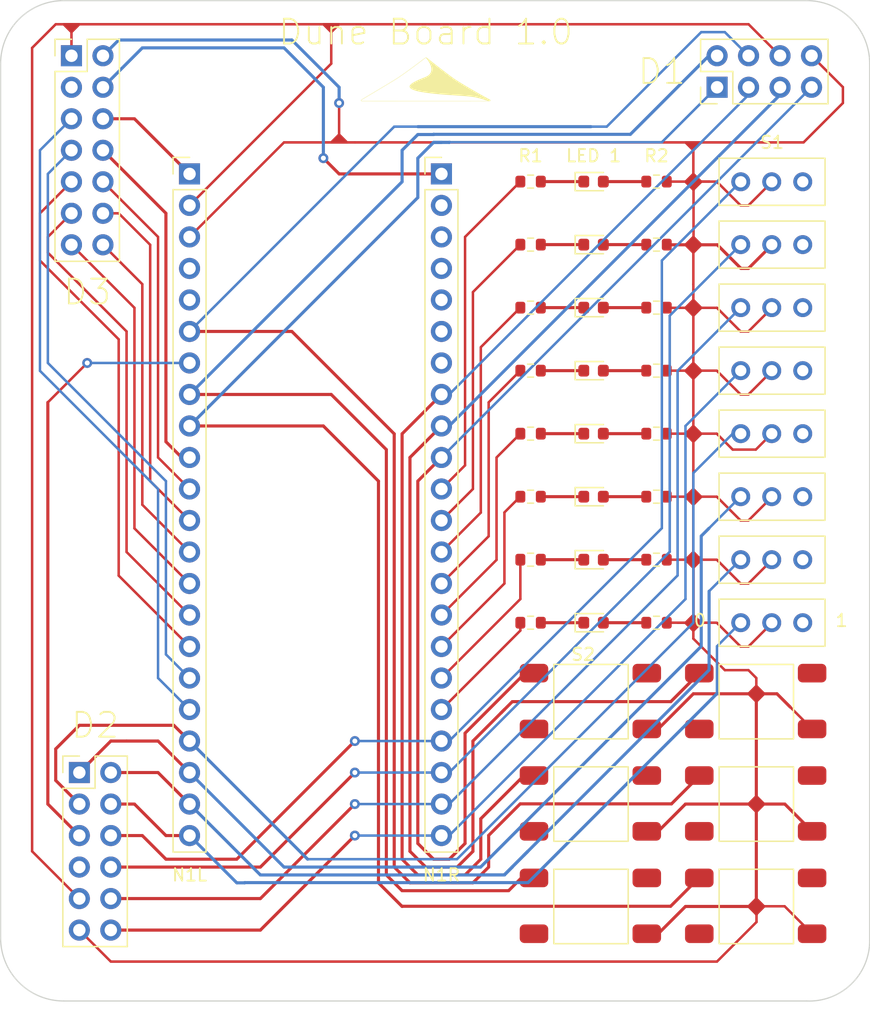
<source format=kicad_pcb>
(kicad_pcb (version 20211014) (generator pcbnew)
  (layers (0 "F.Cu" signal) (31 "B.Cu" signal) (34 "B.Paste" user) (35 "F.Paste" user) (36 "B.SilkS" user "B.Silkscreen") (37 "F.SilkS" user "F.Silkscreen") (38 "B.Mask" user) (39 "F.Mask" user) (44 "Edge.Cuts" user))
  (net 0 "")
  (footprint "Button_Switch_THT:SS-12D01-G3" (layer "F.Cu") (at 59.705 -40.655)
    (fp_text reference "REF**" hide)
    (fp_text value "SS-12D01-G3")
  )
  (footprint "LED_SMD:LED_0603_1608Metric" (layer "F.Cu") (at 47.83 -50.815)
    (fp_text reference "LED" hide)
    (fp_text value "LED_0603_1608Metric" hide)
  )
  (footprint "Resistor_SMD:R_0603_1608Metric" (layer "F.Cu") (at 52.91 -40.655)
    (fp_text reference "57.6Ω" hide)
    (fp_text value "R_0603_1608Metric" hide)
  )
  (footprint "Button_Switch_THT:SS-12D01-G3" (layer "F.Cu") (at 59.705 -55.895)
    (fp_text reference "REF**" hide)
    (fp_text value "SS-12D01-G3")
  )
  (footprint "LED_SMD:LED_0603_1608Metric" (layer "F.Cu") (at 47.83 -60.975)
    (fp_text reference "LED" hide)
    (fp_text value "LED_0603_1608Metric" hide)
  )
  (footprint "Button_Switch_THT:SS-12D01-G3" (layer "F.Cu") (at 59.705 -30.495)
    (fp_text reference "REF**" hide)
    (fp_text value "SS-12D01-G3")
  )
  (footprint "Resistor_SMD:R_0603_1608Metric" (layer "F.Cu") (at 52.91 -35.575)
    (fp_text reference "57.6Ω" hide)
    (fp_text value "R_0603_1608Metric" hide)
  )
  (footprint "Button_Switch_SMD:KH-6X6X5H-STM" (layer "F.Cu") (at 60.96 -7.62)
    (fp_text reference "REF**" hide)
    (fp_text value "KH-6X6X5H-STM" hide)
  )
  (footprint "Connector_PinHeader_2.54mm:PinHeader_1x22_P2.54mm_Vertical" (layer "F.Cu") (at 15.24 -66.675)
    (fp_text reference "REF**" hide)
    (fp_text value "PinHeader_1x22_P2.54mm_Vertical" hide)
  )
  (footprint "Button_Switch_SMD:KH-6X6X5H-STM" (layer "F.Cu") (at 60.96 -15.875)
    (fp_text reference "REF**" hide)
    (fp_text value "KH-6X6X5H-STM" hide)
  )
  (footprint "Resistor_SMD:R_0603_1608Metric" (layer "F.Cu") (at 42.75 -35.575)
    (fp_text reference "16Ω" hide)
    (fp_text value "R_0603_1608Metric" hide)
  )
  (footprint "LED_SMD:LED_0603_1608Metric" (layer "F.Cu") (at 47.83 -55.895)
    (fp_text reference "LED" hide)
    (fp_text value "LED_0603_1608Metric" hide)
  )
  (footprint "LED_SMD:LED_0603_1608Metric" (layer "F.Cu") (at 47.83 -35.575)
    (fp_text reference "LED" hide)
    (fp_text value "LED_0603_1608Metric" hide)
  )
  (footprint "Button_Switch_THT:SS-12D01-G3" (layer "F.Cu") (at 59.705 -66.04)
    (fp_text reference "REF**" hide)
    (fp_text value "SS-12D01-G3")
  )
  (footprint "Button_Switch_THT:SS-12D01-G3" (layer "F.Cu") (at 59.705 -35.575)
    (fp_text reference "REF**" hide)
    (fp_text value "SS-12D01-G3")
  )
  (footprint "Resistor_SMD:R_0603_1608Metric" (layer "F.Cu") (at 42.75 -55.895)
    (fp_text reference "16Ω" hide)
    (fp_text value "R_0603_1608Metric" hide)
  )
  (footprint "LED_SMD:LED_0603_1608Metric" (layer "F.Cu") (at 47.83 -40.655)
    (fp_text reference "LED" hide)
    (fp_text value "LED_0603_1608Metric" hide)
  )
  (footprint "Button_Switch_SMD:KH-6X6X5H-STM" (layer "F.Cu") (at 47.625 -15.875)
    (fp_text reference "REF**" hide)
    (fp_text value "KH-6X6X5H-STM" hide)
  )
  (footprint "Connector_PinHeader_2.54mm:PinHeader_2x07_P2.54mm_Vertical" (layer "F.Cu") (at 5.715 -76.2)
    (fp_text reference "REF**" hide)
    (fp_text value "PinHeader_2x07_P2.54mm_Vertical" hide)
  )
  (footprint "Resistor_SMD:R_0603_1608Metric" (layer "F.Cu") (at 52.91 -30.495)
    (fp_text reference "57.6Ω" hide)
    (fp_text value "R_0603_1608Metric" hide)
  )
  (footprint "Button_Switch_SMD:KH-6X6X5H-STM" (layer "F.Cu") (at 47.625 -7.62)
    (fp_text reference "REF**" hide)
    (fp_text value "KH-6X6X5H-STM" hide)
  )
  (footprint "Resistor_SMD:R_0603_1608Metric" (layer "F.Cu") (at 42.75 -66.055)
    (fp_text reference "R1")
    (fp_text value "R_0603_1608Metric" hide)
  )
  (footprint "Resistor_SMD:R_0603_1608Metric" (layer "F.Cu") (at 42.75 -45.735)
    (fp_text reference "16Ω" hide)
    (fp_text value "R_0603_1608Metric" hide)
  )
  (footprint "LED_SMD:LED_0603_1608Metric" (layer "F.Cu") (at 47.83 -30.495)
    (fp_text reference "LED" hide)
    (fp_text value "LED_0603_1608Metric" hide)
  )
  (footprint "Connector_PinHeader_2.54mm:PinHeader_1x22_P2.54mm_Vertical" (layer "F.Cu") (at 35.56 -66.675)
    (fp_text reference "REF**" hide)
    (fp_text value "PinHeader_1x22_P2.54mm_Vertical" hide)
  )
  (footprint "Resistor_SMD:R_0603_1608Metric" (layer "F.Cu") (at 52.91 -55.895)
    (fp_text reference "57.6Ω" hide)
    (fp_text value "R_0603_1608Metric" hide)
  )
  (footprint "Resistor_SMD:R_0603_1608Metric" (layer "F.Cu") (at 52.91 -60.975)
    (fp_text reference "57.6Ω" hide)
    (fp_text value "R_0603_1608Metric" hide)
  )
  (footprint "Connector_PinHeader_2.54mm:PinHeader_2x06_P2.54mm_Vertical" (layer "F.Cu") (at 6.35 -18.415)
    (fp_text reference "REF**" hide)
    (fp_text value "PinHeader_2x06_P2.54mm_Vertical" hide)
  )
  (footprint "Resistor_SMD:R_0603_1608Metric" (layer "F.Cu") (at 42.75 -60.975)
    (fp_text reference "16Ω" hide)
    (fp_text value "R_0603_1608Metric" hide)
  )
  (footprint "Button_Switch_THT:SS-12D01-G3" (layer "F.Cu") (at 59.705 -50.815)
    (fp_text reference "REF**" hide)
    (fp_text value "SS-12D01-G3")
  )
  (footprint "Button_Switch_THT:SS-12D01-G3" (layer "F.Cu") (at 59.705 -45.735)
    (fp_text reference "REF**" hide)
    (fp_text value "SS-12D01-G3")
  )
  (footprint "Connector_PinHeader_2.54mm:PinHeader_2x04_P2.54mm_Vertical" (layer "F.Cu") (at 57.795 -73.66 90)
    (fp_text reference "REF**" hide)
    (fp_text value "PinHeader_2x04_P2.54mm_Vertical" hide)
  )
  (footprint "Button_Switch_SMD:KH-6X6X5H-STM" (layer "F.Cu") (at 60.96 -24.13)
    (fp_text reference "REF**" hide)
    (fp_text value "KH-6X6X5H-STM" hide)
  )
  (footprint "Resistor_SMD:R_0603_1608Metric" (layer "F.Cu") (at 42.75 -40.655)
    (fp_text reference "16Ω" hide)
    (fp_text value "R_0603_1608Metric" hide)
  )
  (footprint "LED_SMD:LED_0603_1608Metric" (layer "F.Cu") (at 47.83 -66.055)
    (fp_text reference "LED 1")
    (fp_text value "LED_0603_1608Metric" hide)
  )
  (footprint "LED_SMD:LED_0603_1608Metric" (layer "F.Cu") (at 47.83 -45.735)
    (fp_text reference "LED" hide)
    (fp_text value "LED_0603_1608Metric" hide)
  )
  (footprint "Button_Switch_SMD:KH-6X6X5H-STM" (layer "F.Cu") (at 47.625 -24.13)
    (fp_text reference "REF**" hide)
    (fp_text value "KH-6X6X5H-STM" hide)
  )
  (footprint "Resistor_SMD:R_0603_1608Metric" (layer "F.Cu") (at 42.75 -50.815)
    (fp_text reference "16Ω" hide)
    (fp_text value "R_0603_1608Metric" hide)
  )
  (footprint "Resistor_SMD:R_0603_1608Metric" (layer "F.Cu") (at 42.75 -30.495)
    (fp_text reference "16Ω" hide)
    (fp_text value "R_0603_1608Metric" hide)
  )
  (footprint "Resistor_SMD:R_0603_1608Metric" (layer "F.Cu") (at 52.91 -66.055)
    (fp_text reference "R2")
    (fp_text value "R_0603_1608Metric" hide)
  )
  (footprint "Resistor_SMD:R_0603_1608Metric" (layer "F.Cu") (at 52.91 -45.735)
    (fp_text reference "57.6Ω" hide)
    (fp_text value "R_0603_1608Metric" hide)
  )
  (footprint "Button_Switch_THT:SS-12D01-G3" (layer "F.Cu") (at 59.705 -60.975)
    (fp_text reference "REF**" hide)
    (fp_text value "SS-12D01-G3")
  )
  (footprint "Resistor_SMD:R_0603_1608Metric" (layer "F.Cu") (at 52.91 -50.815)
    (fp_text reference "57.6Ω" hide)
    (fp_text value "R_0603_1608Metric" hide)
  )
  (footprint "LOGO" (layer "F.Cu") (at 34.29 -74.295)
    (fp_text reference "G***" hide)
    (fp_text value "LOGO" hide)
  )
  (gr_poly (pts (xy 56.515 -66.04) (xy 55.88 -65.405) (xy 55.245 -66.04) (xy 55.88 -66.675)) (layer "F.Cu") (width 0.2) (fill solid))
  (gr_poly (pts (xy 56.515 -60.96) (xy 55.88 -60.325) (xy 55.245 -60.96) (xy 55.88 -61.595)) (layer "F.Cu") (width 0.2) (fill solid))
  (gr_poly (pts (xy 61.595 -24.765) (xy 60.96 -24.13) (xy 60.325 -24.765) (xy 60.96 -25.4)) (layer "F.Cu") (width 0.2) (fill solid))
  (gr_poly (pts (xy 56.515 -30.48) (xy 55.88 -29.845) (xy 55.245 -30.48) (xy 55.88 -31.115)) (layer "F.Cu") (width 0.2) (fill solid))
  (gr_poly (pts (xy 26.67 -78.105) (xy 26.035 -78.74) (xy 27.305 -78.74)) (layer "F.Cu") (width 0.2) (fill solid))
  (gr_poly (pts (xy 56.515 -45.72) (xy 55.88 -45.085) (xy 55.245 -45.72) (xy 55.88 -46.355)) (layer "F.Cu") (width 0.2) (fill solid))
  (gr_poly (pts (xy 61.595 -7.62) (xy 60.96 -6.985) (xy 60.325 -7.62) (xy 60.96 -8.255)) (layer "F.Cu") (width 0.2) (fill solid))
  (gr_poly (pts (xy 5.715 -78.105) (xy 5.08 -78.74) (xy 6.35 -78.74)) (layer "F.Cu") (width 0.2) (fill solid))
  (gr_poly (pts (xy 56.515 -50.8) (xy 55.88 -50.165) (xy 55.245 -50.8) (xy 55.88 -51.435)) (layer "F.Cu") (width 0.2) (fill solid))
  (gr_poly (pts (xy 27.94 -69.215) (xy 26.67 -69.215) (xy 27.305 -69.85)) (layer "F.Cu") (width 0.2) (fill solid))
  (gr_poly (pts (xy 61.595 -15.875) (xy 60.96 -15.24) (xy 60.325 -15.875) (xy 60.96 -16.51)) (layer "F.Cu") (width 0.2) (fill solid))
  (gr_poly (pts (xy 56.515 -55.88) (xy 55.88 -55.245) (xy 55.245 -55.88) (xy 55.88 -56.515)) (layer "F.Cu") (width 0.2) (fill solid))
  (gr_poly (pts (xy 56.515 -35.56) (xy 55.88 -34.925) (xy 55.245 -35.56) (xy 55.88 -36.195)) (layer "F.Cu") (width 0.2) (fill solid))
  (gr_poly (pts (xy 55.88 -68.58) (xy 55.245 -69.215) (xy 56.515 -69.215)) (layer "F.Cu") (width 0.2) (fill solid))
  (gr_poly (pts (xy 56.515 -40.64) (xy 55.88 -40.005) (xy 55.245 -40.64) (xy 55.88 -41.275)) (layer "F.Cu") (width 0.2) (fill solid))
  (gr_arc (start 0 -75.565) (mid 1.487898 -79.157102) (end 5.08 -80.645) (layer "Edge.Cuts") (width 0.1))
  (gr_arc (start 70.104 -4.862102) (mid 68.602331 -1.346185) (end 65.024 0) (layer "Edge.Cuts") (width 0.1))
  (gr_line (start 0 -5.08) (end 0 -75.565) (layer "Edge.Cuts") (width 0.1))
  (gr_line (start 5.08 -80.645) (end 65.024 -80.645) (layer "Edge.Cuts") (width 0.1))
  (gr_line (start 70.104 -75.565) (end 70.104 -4.862102) (layer "Edge.Cuts") (width 0.1))
  (gr_arc (start 65.024 -80.645) (mid 68.616102 -79.157102) (end 70.104 -75.565) (layer "Edge.Cuts") (width 0.1))
  (gr_arc (start 5.08 0) (mid 1.487898 -1.487898) (end 0 -5.08) (layer "Edge.Cuts") (width 0.1))
  (gr_line (start 65.024 0) (end 5.08 0) (layer "Edge.Cuts") (width 0.1))
  (gr_text "D2" (at 7.62 -22.225) (layer "F.SilkS") (effects (font (size 2 2))))
  (gr_text "D3" (at 6.985 -57.15) (layer "F.SilkS") (effects (font (size 2 2))))
  (gr_text "Dune Board 1.0" (at 34.29 -78.105) (layer "F.SilkS") (effects (font (size 2 2))))
  (gr_text "1" (at 67.84 -30.6725) (layer "F.SilkS") (effects (font (size 1 1))))
  (gr_text "S2" (at 46.99 -27.94) (layer "F.SilkS") (effects (font (size 1 1))))
  (gr_text "N1L" (at 15.24 -10.16) (layer "F.SilkS") (effects (font (size 1 1))))
  (gr_text "N1R" (at 35.56 -10.16) (layer "F.SilkS") (effects (font (size 1 1))))
  (gr_text "D1" (at 53.34 -74.93) (layer "F.SilkS") (effects (font (size 2 2))))
  (gr_text "S1" (at 62.23 -69.215) (layer "F.SilkS") (effects (font (size 1 1))))
  (gr_text "0" (at 56.41 -30.6725) (layer "F.SilkS") (effects (font (size 1 1))))
  (segment (start 42.0075 -9.92) (end 40.9775 -8.89) (width 0.25) (layer "F.Cu") (net 0))
  (segment (start 59.69 -33.655) (end 60.325 -33.655) (width 0.2) (layer "F.Cu") (net 0))
  (segment (start 51.871 -5.293) (end 52.918 -5.293) (width 0.25) (layer "F.Cu") (net 0))
  (segment (start 12.7 -20.955) (end 15.24 -18.415) (width 0.25) (layer "F.Cu") (net 0))
  (segment (start 55.88 -50.83) (end 55.88 -45.75) (width 0.2) (layer "F.Cu") (net 0))
  (segment (start 22.86 -69.215) (end 15.24 -61.595) (width 0.2) (layer "F.Cu") (net 0))
  (segment (start 60.96 -7.015) (end 60.975 -7) (width 0.25) (layer "F.Cu") (net 0))
  (segment (start 62.205 -40.615) (end 62.205 -40.655) (width 0.2) (layer "F.Cu") (net 0))
  (segment (start 35.56 -38.735) (end 38.1 -41.275) (width 0.2) (layer "F.Cu") (net 0))
  (segment (start 57.77 -30.495) (end 59.69 -28.575) (width 0.2) (layer "F.Cu") (net 0))
  (segment (start 62.205 -60.935) (end 62.205 -60.975) (width 0.25) (layer "F.Cu") (net 0))
  (segment (start 60.325 -38.735) (end 62.205 -40.615) (width 0.2) (layer "F.Cu") (net 0))
  (segment (start 39.37 -37.465) (end 39.37 -48.245) (width 0.2) (layer "F.Cu") (net 0))
  (segment (start 30.48 -41.91) (end 26.035 -46.355) (width 0.25) (layer "F.Cu") (net 0))
  (segment (start 35.56 -31.115) (end 40.005 -35.56) (width 0.2) (layer "F.Cu") (net 0))
  (segment (start 8.89 -3.175) (end 6.35 -5.715) (width 0.2) (layer "F.Cu") (net 0))
  (segment (start 62.205 -55.855) (end 62.205 -55.895) (width 0.2) (layer "F.Cu") (net 0))
  (segment (start 60.96 -15.875) (end 60.96 -7.62) (width 0.25) (layer "F.Cu") (net 0))
  (segment (start 26.035 -67.945) (end 27.305 -66.675) (width 0.25) (layer "F.Cu") (net 0))
  (segment (start 55.88 -35.59) (end 55.895 -35.575) (width 0.2) (layer "F.Cu") (net 0))
  (segment (start 51.871 -13.548) (end 52.918 -13.548) (width 0.25) (layer "F.Cu") (net 0))
  (segment (start 52.918 -21.803) (end 55.88 -24.765) (width 0.25) (layer "F.Cu") (net 0))
  (segment (start 55.88 -60.96) (end 55.88 -57.785) (width 0.2) (layer "F.Cu") (net 0))
  (segment (start 55.88 -60.96) (end 53.75 -60.96) (width 0.25) (layer "F.Cu") (net 0))
  (segment (start 34.29 -10.795) (end 33.02 -12.065) (width 0.25) (layer "F.Cu") (net 0))
  (segment (start 41.91 -40.655) (end 41.925 -40.655) (width 0.2) (layer "F.Cu") (net 0))
  (segment (start 20.955 -8.255) (end 28.575 -15.875) (width 0.25) (layer "F.Cu") (net 0))
  (segment (start 35.56 -23.495) (end 41.925 -29.86) (width 0.2) (layer "F.Cu") (net 0))
  (segment (start 31.115 -44.45) (end 31.115 -10.16) (width 0.25) (layer "F.Cu") (net 0))
  (segment (start 8.89 -13.335) (end 11.43 -13.335) (width 0.25) (layer "F.Cu") (net 0))
  (segment (start 2.54 -12.065) (end 6.35 -8.255) (width 0.2) (layer "F.Cu") (net 0))
  (segment (start 34.925 -11.43) (end 36.195 -11.43) (width 0.25) (layer "F.Cu") (net 0))
  (segment (start 6.35 -22.225) (end 13.97 -22.225) (width 0.25) (layer "F.Cu") (net 0))
  (segment (start 59.69 -28.575) (end 60.325 -28.575) (width 0.2) (layer "F.Cu") (net 0))
  (segment (start 12.7 -18.415) (end 8.89 -18.415) (width 0.25) (layer "F.Cu") (net 0))
  (segment (start 42.178 -26.303) (end 42.771 -26.303) (width 0.25) (layer "F.Cu") (net 0))
  (segment (start 35.56 -33.655) (end 39.37 -37.465) (width 0.2) (layer "F.Cu") (net 0))
  (segment (start 31.75 -45.72) (end 31.75 -10.795) (width 0.25) (layer "F.Cu") (net 0))
  (segment (start 35.56 -28.575) (end 40.64 -33.655) (width 0.2) (layer "F.Cu") (net 0))
  (segment (start 20.955 -10.795) (end 28.575 -18.415) (width 0.25) (layer "F.Cu") (net 0))
  (segment (start 8.255 -63.5) (end 9.525 -63.5) (width 0.2) (layer "F.Cu") (net 0))
  (segment (start 56.36 -18.133) (end 54.117 -15.89) (width 0.25) (layer "F.Cu") (net 0))
  (segment (start 55.88 -29.845) (end 55.88 -29.21) (width 0.2) (layer "F.Cu") (net 0))
  (segment (start 55.88 -69.215) (end 55.88 -65.405) (width 0.2) (layer "F.Cu") (net 0))
  (segment (start 32.4 -7.635) (end 32.385 -7.62) (width 0.25) (layer "F.Cu") (net 0))
  (segment (start 59.69 -53.975) (end 60.325 -53.975) (width 0.2) (layer "F.Cu") (net 0))
  (segment (start 64.77 -69.215) (end 55.88 -69.215) (width 0.2) (layer "F.Cu") (net 0))
  (segment (start 59.69 -64.135) (end 57.77 -66.055) (width 0.2) (layer "F.Cu") (net 0))
  (segment (start 59.69 -48.895) (end 60.325 -48.895) (width 0.2) (layer "F.Cu") (net 0))
  (segment (start 55.88 -69.215) (end 28.575 -69.215) (width 0.2) (layer "F.Cu") (net 0))
  (segment (start 53.735 -45.735) (end 55.895 -45.735) (width 0.2) (layer "F.Cu") (net 0))
  (segment (start 59.055 -44.45) (end 60.92 -44.45) (width 0.2) (layer "F.Cu") (net 0))
  (segment (start 43.575 -35.575) (end 47.0425 -35.575) (width 0.25) (layer "F.Cu") (net 0))
  (segment (start 6.35 -18.415) (end 8.89 -20.955) (width 0.25) (layer "F.Cu") (net 0))
  (segment (start 55.895 -29.86) (end 55.88 -29.845) (width 0.2) (layer "F.Cu") (net 0))
  (segment (start 38.1 -12.065) (end 36.83 -10.795) (width 0.25) (layer "F.Cu") (net 0))
  (segment (start 33.02 -43.815) (end 35.56 -46.355) (width 0.25) (layer "F.Cu") (net 0))
  (segment (start 41.91 -15.89) (end 54.117 -15.89) (width 0.25) (layer "F.Cu") (net 0))
  (segment (start 62.205 -30.455) (end 62.205 -30.495) (width 0.2) (layer "F.Cu") (net 0))
  (segment (start 12.065 -60.96) (end 12.065 -41.91) (width 0.2) (layer "F.Cu") (net 0))
  (segment (start 27.305 -66.675) (end 35.56 -66.675) (width 0.25) (layer "F.Cu") (net 0))
  (segment (start 23.495 -53.975) (end 15.24 -53.975) (width 0.25) (layer "F.Cu") (net 0))
  (segment (start 14.605 -43.815) (end 15.24 -43.815) (width 0.25) (layer "F.Cu") (net 0))
  (segment (start 48.6175 -40.655) (end 52.085 -40.655) (width 0.25) (layer "F.Cu") (net 0))
  (segment (start 57.77 -45.735) (end 59.055 -44.45) (width 0.2) (layer "F.Cu") (net 0))
  (segment (start 3.81 -20.955) (end 3.81 -48.26) (width 0.25) (layer "F.Cu") (net 0))
  (segment (start 60.96 -26.035) (end 60.96 -24.765) (width 0.2) (layer "F.Cu") (net 0))
  (segment (start 26.67 -48.895) (end 31.115 -44.45) (width 0.25) (layer "F.Cu") (net 0))
  (segment (start 48.6175 -30.495) (end 52.085 -30.495) (width 0.25) (layer "F.Cu") (net 0))
  (segment (start 40.005 -35.56) (end 40.005 -43.8) (width 0.2) (layer "F.Cu") (net 0))
  (segment (start 48.6175 -66.055) (end 52.085 -66.055) (width 0.25) (layer "F.Cu") (net 0))
  (segment (start 41.925 -35.575) (end 41.925 -32.4) (width 0.2) (layer "F.Cu") (net 0))
  (segment (start 37.465 -12.7) (end 37.465 -21.59) (width 0.25) (layer "F.Cu") (net 0))
  (segment (start 40.005 -43.815) (end 41.925 -45.735) (width 0.2) (layer "F.Cu") (net 0))
  (segment (start 60.325 -33.655) (end 62.205 -35.535) (width 0.2) (layer "F.Cu") (net 0))
  (segment (start 48.6175 -50.815) (end 52.085 -50.815) (width 0.25) (layer "F.Cu") (net 0))
  (segment (start 53.75 -60.96) (end 53.735 -60.975) (width 0.25) (layer "F.Cu") (net 0))
  (segment (start 63.6975 -23.6925) (end 65.46 -21.93) (width 0.2) (layer "F.Cu") (net 0))
  (segment (start 55.895 -50.815) (end 57.77 -50.815) (width 0.2) (layer "F.Cu") (net 0))
  (segment (start 60.96 -24.765) (end 62.625 -24.765) (width 0.25) (layer "F.Cu") (net 0))
  (segment (start 55.88 -29.21) (end 58.42 -26.67) (width 0.2) (layer "F.Cu") (net 0))
  (segment (start 8.89 -20.955) (end 10.16 -20.955) (width 0.25) (layer "F.Cu") (net 0))
  (segment (start 30.48 -9.525) (end 30.48 -41.91) (width 0.25) (layer "F.Cu") (net 0))
  (segment (start 55.88 -55.88) (end 57.785 -55.88) (width 0.2) (layer "F.Cu") (net 0))
  (segment (start 26.67 -78.74) (end 5.715 -78.74) (width 0.2) (layer "F.Cu") (net 0))
  (segment (start 57.785 -3.175) (end 8.89 -3.175) (width 0.2) (layer "F.Cu") (net 0))
  (segment (start 43.575 -45.735) (end 47.0425 -45.735) (width 0.25) (layer "F.Cu") (net 0))
  (segment (start 63.245 -7.635) (end 65.46 -5.42) (width 0.2) (layer "F.Cu") (net 0))
  (segment (start 13.335 -45.085) (end 14.605 -43.815) (width 0.25) (layer "F.Cu") (net 0))
  (segment (start 51.871 -21.803) (end 52.918 -21.803) (width 0.25) (layer "F.Cu") (net 0))
  (segment (start 10.795 -55.88) (end 10.795 -38.1) (width 0.2) (layer "F.Cu") (net 0))
  (segment (start 43.575 -50.815) (end 47.0425 -50.815) (width 0.25) (layer "F.Cu") (net 0))
  (segment (start 55.895 -35.575) (end 57.77 -35.575) (width 0.2) (layer "F.Cu") (net 0))
  (segment (start 15.24 -48.895) (end 26.67 -48.895) (width 0.25) (layer "F.Cu") (net 0))
  (segment (start 55.88 -30.48) (end 55.88 -29.845) (width 0.2) (layer "F.Cu") (net 0))
  (segment (start 53.735 -35.575) (end 55.895 -35.575) (width 0.2) (layer "F.Cu") (net 0))
  (segment (start 13.335 -63.5) (end 13.335 -45.085) (width 0.25) (layer "F.Cu") (net 0))
  (segment (start 3.175 -63.5) (end 3.175 -59.69) (width 0.2) (layer "F.Cu") (net 0))
  (segment (start 55.895 -66.055) (end 55.895 -65.39) (width 0.2) (layer "F.Cu") (net 0))
  (segment (start 33.655 -41.91) (end 33.655 -12.7) (width 0.25) (layer "F.Cu") (net 0))
  (segment (start 38.735 -39.37) (end 38.735 -52.69) (width 0.2) (layer "F.Cu") (net 0))
  (segment (start 37.465 -10.16) (end 38.735 -11.43) (width 0.25) (layer "F.Cu") (net 0))
  (segment (start 55.895 -30.495) (end 55.88 -30.48) (width 0.2) (layer "F.Cu") (net 0))
  (segment (start 8.89 -5.715) (end 20.955 -5.715) (width 0.25) (layer "F.Cu") (net 0))
  (segment (start 60.96 -15.875) (end 63.26 -15.875) (width 0.25) (layer "F.Cu") (net 0))
  (segment (start 55.865 -40.655) (end 57.77 -40.655) (width 0.2) (layer "F.Cu") (net 0))
  (segment (start 8.89 -10.795) (end 20.955 -10.795) (width 0.25) (layer "F.Cu") (net 0))
  (segment (start 38.1 -20.955) (end 38.1 -12.065) (width 0.25) (layer "F.Cu") (net 0))
  (segment (start 56.36 -9.92) (end 56.36 -9.654) (width 0.25) (layer "F.Cu") (net 0))
  (segment (start 57.77 -35.575) (end 59.69 -33.655) (width 0.2) (layer "F.Cu") (net 0))
  (segment (start 67.945 -72.39) (end 67.945 -73.67) (width 0.2) (layer "F.Cu") (net 0))
  (segment (start 37.465 -43.18) (end 37.465 -61.595) (width 0.2) (layer "F.Cu") (net 0))
  (segment (start 60.335 -78.74) (end 62.875 -76.2) (width 0.2) (layer "F.Cu") (net 0))
  (segment (start 31.75 -10.795) (end 33.02 -9.525) (width 0.25) (layer "F.Cu") (net 0))
  (segment (start 32.385 -11.43) (end 33.655 -10.16) (width 0.25) (layer "F.Cu") (net 0))
  (segment (start 33.655 -12.7) (end 34.925 -11.43) (width 0.25) (layer "F.Cu") (net 0))
  (segment (start 32.385 -7.62) (end 30.48 -9.525) (width 0.25) (layer "F.Cu") (net 0))
  (segment (start 39.37 -13.35) (end 41.91 -15.89) (width 0.25) (layer "F.Cu") (net 0))
  (segment (start 55.88 -24.765) (end 60.96 -24.765) (width 0.25) (layer "F.Cu") (net 0))
  (segment (start 60.92 -44.45) (end 62.205 -45.735) (width 0.2) (layer "F.Cu") (net 0))
  (segment (start 13.335 -13.335) (end 10.795 -15.875) (width 0.25) (layer "F.Cu") (net 0))
  (segment (start 67.945 -73.67) (end 65.415 -76.2) (width 0.2) (layer "F.Cu") (net 0))
  (segment (start 3.175 -59.69) (end 9.525 -53.34) (width 0.2) (layer "F.Cu") (net 0))
  (segment (start 55.88 -45.75) (end 55.895 -45.735) (width 0.2) (layer "F.Cu") (net 0))
  (segment (start 42.2175 -18.175) (end 43.025 -18.175) (width 0.25) (layer "F.Cu") (net 0))
  (segment (start 10.16 -53.975) (end 10.16 -36.195) (width 0.2) (layer "F.Cu") (net 0))
  (segment (start 26.035 -46.355) (end 15.24 -46.355) (width 0.25) (layer "F.Cu") (net 0))
  (segment (start 9.525 -63.5) (end 12.065 -60.96) (width 0.2) (layer "F.Cu") (net 0))
  (segment (start 35.56 -26.035) (end 41.925 -32.4) (width 0.2) (layer "F.Cu") (net 0))
  (segment (start 55.88 -57.785) (end 55.88 -55.88) (width 0.2) (layer "F.Cu") (net 0))
  (segment (start 9.525 -34.29) (end 15.24 -28.575) (width 0.2) (layer "F.Cu") (net 0))
  (segment (start 53.75 -55.88) (end 55.88 -55.88) (width 0.2) (layer "F.Cu") (net 0))
  (segment (start 31.75 -45.72) (end 23.495 -53.975) (width 0.25) (layer "F.Cu") (net 0))
  (segment (start 42.545 -26.105) (end 41.965 -26.105) (width 0.25) (layer "F.Cu") (net 0))
  (segment (start 48.6175 -55.895) (end 52.085 -55.895) (width 0.25) (layer "F.Cu") (net 0))
  (segment (start 62.205 -50.775) (end 62.205 -50.815) (width 0.2) (layer "F.Cu") (net 0))
  (segment (start 62.205 -35.535) (end 62.205 -35.575) (width 0.2) (layer "F.Cu") (net 0))
  (segment (start 5.715 -63.5) (end 3.81 -61.595) (width 0.2) (layer "F.Cu") (net 0))
  (segment (start 11.43 -40.005) (end 15.24 -36.195) (width 0.2) (layer "F.Cu") (net 0))
  (segment (start 60.325 -48.895) (end 62.205 -50.775) (width 0.2) (layer "F.Cu") (net 0))
  (segment (start 36.195 -11.43) (end 37.465 -12.7) (width 0.25) (layer "F.Cu") (net 0))
  (segment (start 15.24 -15.875) (end 12.7 -18.415) (width 0.25) (layer "F.Cu") (net 0))
  (segment (start 33.02 -9.525) (end 38.1 -9.525) (width 0.25) (layer "F.Cu") (net 0))
  (segment (start 38.1 -57.15) (end 41.925 -60.975) (width 0.2) (layer "F.Cu") (net 0))
  (segment (start 35.56 -36.195) (end 38.735 -39.37) (width 0.2) (layer "F.Cu") (net 0))
  (segment (start 41.27625 -24.13125) (end 54.06125 -24.13125) (width 0.25) (layer "F.Cu") (net 0))
  (segment (start 57.815 -60.96) (end 59.72 -59.055) (width 0.25) (layer "F.Cu") (net 0))
  (segment (start 48.6175 -35.575) (end 52.085 -35.575) (width 0.25) (layer "F.Cu") (net 0))
  (segment (start 38.1 -9.525) (end 39.37 -10.795) (width 0.25) (layer "F.Cu") (net 0))
  (segment (start 54.625 -30.495) (end 57.77 -30.495) (width 0.2) (layer "F.Cu") (net 0))
  (segment (start 6.985 -51.435) (end 3.81 -48.26) (width 0.2) (layer "F.Cu") (net 0))
  (segment (start 53.735 -40.655) (end 55.865 -40.655) (width 0.2) (layer "F.Cu") (net 0))
  (segment (start 4.445 -17.78) (end 4.445 -20.32) (width 0.25) (layer "F.Cu") (net 0))
  (segment (start 63.26 -15.875) (end 65.46 -13.675) (width 0.25) (layer "F.Cu") (net 0))
  (segment (start 26.67 -78.74) (end 60.335 -78.74) (width 0.2) (layer "F.Cu") (net 0))
  (segment (start 55.88 -40.67) (end 55.88 -35.59) (width 0.2) (layer "F.Cu") (net 0))
  (segment (start 33.02 -12.065) (end 33.02 -43.815) (width 0.25) (layer "F.Cu") (net 0))
  (segment (start 12.065 -41.91) (end 15.24 -38.735) (width 0.2) (layer "F.Cu") (net 0))
  (segment (start 4.445 -78.74) (end 2.54 -76.835) (width 0.2) (layer "F.Cu") (net 0))
  (segment (start 55.895 -45.735) (end 57.77 -45.735) (width 0.2) (layer "F.Cu") (net 0))
  (segment (start 55.88 -45.75) (end 55.88 -40.67) (width 0.2) (layer "F.Cu") (net 0))
  (segment (start 40.36625 -23.22125) (end 40.655 -23.51) (width 0.25) (layer "F.Cu") (net 0))
  (segment (start 54.625 -30.495) (end 55.895 -30.495) (width 0.2) (layer "F.Cu") (net 0))
  (segment (start 35.56 -48.895) (end 32.385 -45.72) (width 0.25) (layer "F.Cu") (net 0))
  (segment (start 19.05 -11.43) (end 28.575 -20.955) (width 0.25) (layer "F.Cu") (net 0))
  (segment (start 60.325 -26.67) (end 60.96 -26.035) (width 0.2) (layer "F.Cu") (net 0))
  (segment (start 5.715 -60.96) (end 10.795 -55.88) (width 0.2) (layer "F.Cu") (net 0))
  (segment (start 52.918 -5.293) (end 55.245 -7.62) (width 0.25) (layer "F.Cu") (net 0))
  (segment (start 10.795 -71.12) (end 15.24 -66.675) (width 0.25) (layer "F.Cu") (net 0))
  (segment (start 55.88 -40.67) (end 55.865 -40.655) (width 0.2) (layer "F.Cu") (net 0))
  (segment (start 37.465 -21.59) (end 42.178 -26.303) (width 0.25) (layer "F.Cu") (net 0))
  (segment (start 5.715 -66.04) (end 3.175 -63.5) (width 0.2) (layer "F.Cu") (net 0))
  (segment (start 57.785 -55.88) (end 59.69 -53.975) (width 0.2) (layer "F.Cu") (net 0))
  (segment (start 62.625 -24.765) (end 63.6975 -23.6925) (width 0.25) (layer "F.Cu") (net 0))
  (segment (start 32.385 -8.89) (end 40.9775 -8.89) (width 0.25) (layer "F.Cu") (net 0))
  (segment (start 10.795 -38.1) (end 15.24 -33.655) (width 0.2) (layer "F.Cu") (net 0))
  (segment (start 60.975 -7) (end 60.975 -6.365) (width 0.2) (layer "F.Cu") (net 0))
  (segment (start 8.255 -68.58) (end 13.335 -63.5) (width 0.25) (layer "F.Cu") (net 0))
  (segment (start 38.735 -14.6925) (end 42.2175 -18.175) (width 0.25) (layer "F.Cu") (net 0))
  (segment (start 57.815 -60.96) (end 55.88 -60.96) (width 0.25) (layer "F.Cu") (net 0))
  (segment (start 10.16 -20.955) (end 12.7 -20.955) (width 0.25) (layer "F.Cu") (net 0))
  (segment (start 55.88 -55.88) (end 55.88 -50.83) (width 0.2) (layer "F.Cu") (net 0))
  (segment (start 55.895 -50.815) (end 53.735 -50.815) (width 0.2) (layer "F.Cu") (net 0))
  (segment (start 3.81 -60.325) (end 10.16 -53.975) (width 0.2) (layer "F.Cu") (net 0))
  (segment (start 2.54 -76.835) (end 2.54 -12.065) (width 0.2) (layer "F.Cu") (net 0))
  (segment (start 5.715 -78.74) (end 5.715 -76.2) (width 0.2) (layer "F.Cu") (net 0))
  (segment (start 55.895 -35.575) (end 55.895 -29.86) (width 0.2) (layer "F.Cu") (net 0))
  (segment (start 10.795 -15.875) (end 8.89 -15.875) (width 0.25) (layer "F.Cu") (net 0))
  (segment (start 11.43 -57.785) (end 11.43 -40.005) (width 0.2) (layer "F.Cu") (net 0))
  (segment (start 53.735 -66.055) (end 57.165 -66.055) (width 0.2) (layer "F.Cu") (net 0))
  (segment (start 5.715 -78.74) (end 4.445 -78.74) (width 0.2) (layer "F.Cu") (net 0))
  (segment (start 43.575 -66.055) (end 47.0425 -66.055) (width 0.25) (layer "F.Cu") (net 0))
  (segment (start 27.305 -69.215) (end 27.305 -72.39) (width 0.2) (layer "F.Cu") (net 0))
  (segment (start 64.77 -69.215) (end 67.945 -72.39) (width 0.2) (layer "F.Cu") (net 0))
  (segment (start 39.37 -10.795) (end 39.37 -13.35) (width 0.25) (layer "F.Cu") (net 0))
  (segment (start 43.025 -9.92) (end 42.0075 -9.92) (width 0.25) (layer "F.Cu") (net 0))
  (segment (start 41.925 -29.86) (end 41.925 -30.495) (width 0.2) (layer "F.Cu") (net 0))
  (segment (start 52.918 -13.548) (end 55.245 -15.875) (width 0.25) (layer "F.Cu") (net 0))
  (segment (start 43.575 -60.975) (end 47.0425 -60.975) (width 0.25) (layer "F.Cu") (net 0))
  (segment (start 13.335 -11.43) (end 19.05 -11.43) (width 0.25) (layer "F.Cu") (net 0))
  (segment (start 35.56 -43.815) (end 33.655 -41.91) (width 0.25) (layer "F.Cu") (net 0))
  (segment (start 13.97 -22.225) (end 15.24 -20.955) (width 0.25) (layer "F.Cu") (net 0))
  (segment (start 58.42 -26.67) (end 60.325 -26.67) (width 0.2) (layer "F.Cu") (net 0))
  (segment (start 55.245 -15.875) (end 60.96 -15.875) (width 0.25) (layer "F.Cu") (net 0))
  (segment (start 60.975 -6.365) (end 57.785 -3.175) (width 0.2) (layer "F.Cu") (net 0))
  (segment (start 6.35 -13.335) (end 3.81 -15.875) (width 0.25) (layer "F.Cu") (net 0))
  (segment (start 31.115 -10.16) (end 32.385 -8.89) (width 0.25) (layer "F.Cu") (net 0))
  (segment (start 60.325 -59.055) (end 62.205 -60.935) (width 0.25) (layer "F.Cu") (net 0))
  (segment (start 38.1 -20.955) (end 40.36625 -23.22125) (width 0.25) (layer "F.Cu") (net 0))
  (segment (start 3.81 -15.875) (end 3.81 -20.955) (width 0.25) (layer "F.Cu") (net 0))
  (segment (start 8.255 -66.04) (end 12.7 -61.595) (width 0.2) (layer "F.Cu") (net 0))
  (segment (start 48.6175 -60.975) (end 52.085 -60.975) (width 0.25) (layer "F.Cu") (net 0))
  (segment (start 10.16 -36.195) (end 15.24 -31.115) (width 0.2) (layer "F.Cu") (net 0))
  (segment (start 60.975 -7.635) (end 63.245 -7.635) (width 0.2) (layer "F.Cu") (net 0))
  (segment (start 57.77 -50.815) (end 59.69 -48.895) (width 0.2) (layer "F.Cu") (net 0))
  (segment (start 8.89 -8.255) (end 20.955 -8.255) (width 0.25) (layer "F.Cu") (net 0))
  (segment (start 55.245 -7.62) (end 60.96 -7.62) (width 0.25) (layer "F.Cu") (net 0))
  (segment (start 55.88 -65.405) (end 55.895 -65.39) (width 0.2) (layer "F.Cu") (net 0))
  (segment (start 60.325 -28.575) (end 62.205 -30.455) (width 0.2) (layer "F.Cu") (net 0))
  (segment (start 53.735 -30.495) (end 54.625 -30.495) (width 0.2) (layer "F.Cu") (net 0))
  (segment (start 33.655 -10.16) (end 37.465 -10.16) (width 0.25) (layer "F.Cu") (net 0))
  (segment (start 40.64 -39.385) (end 41.91 -40.655) (width 0.2) (layer "F.Cu") (net 0))
  (segment (start 36.83 -10.795) (end 34.29 -10.795) (width 0.25) (layer "F.Cu") (net 0))
  (segment (start 43.575 -55.895) (end 47.0425 -55.895) (width 0.25) (layer "F.Cu") (net 0))
  (segment (start 4.445 -20.32) (end 6.35 -22.225) (width 0.25) (layer "F.Cu") (net 0))
  (segment (start 37.465 -61.595) (end 41.925 -66.055) (width 0.2) (layer "F.Cu") (net 0))
  (segment (start 60.96 -7.62) (end 60.96 -7.015) (width 0.25) (layer "F.Cu") (net 0))
  (segment (start 54.0475 -7.635) (end 32.4 -7.635) (width 0.25) (layer "F.Cu") (net 0))
  (segment (start 57.77 -66.055) (end 57.165 -66.055) (width 0.2) (layer "F.Cu") (net 0))
  (segment (start 11.43 -13.335) (end 13.335 -11.43) (width 0.25) (layer "F.Cu") (net 0))
  (segment (start 57.77 -40.655) (end 59.69 -38.735) (width 0.2) (layer "F.Cu") (net 0))
  (segment (start 56.3325 -9.92) (end 54.0475 -7.635) (width 0.25) (layer "F.Cu") (net 0))
  (segment (start 53.735 -55.895) (end 53.75 -55.88) (width 0.2) (layer "F.Cu") (net 0))
  (segment (start 59.72 -59.055) (end 60.325 -59.055) (width 0.25) (layer "F.Cu") (net 0))
  (segment (start 62.205 -66.04) (end 62.205 -66.015) (width 0.2) (layer "F.Cu") (net 0))
  (segment (start 56.36 -26.43) (end 54.06125 -24.13125) (width 0.25) (layer "F.Cu") (net 0))
  (segment (start 40.36625 -23.22125) (end 41.27625 -24.13125) (width 0.25) (layer "F.Cu") (net 0))
  (segment (start 26.67 -75.565) (end 26.67 -78.74) (width 0.2) (layer "F.Cu") (net 0))
  (segment (start 12.7 -43.815) (end 15.24 -41.275) (width 0.2) (layer "F.Cu") (net 0))
  (segment (start 57.165 -66.055) (end 55.895 -66.055) (width 0.2) (layer "F.Cu") (net 0))
  (segment (start 56.36 -9.92) (end 56.3325 -9.92) (width 0.25) (layer "F.Cu") (net 0))
  (segment (start 32.385 -45.72) (end 32.385 -11.43) (width 0.25) (layer "F.Cu") (net 0))
  (segment (start 27.305 -69.215) (end 22.86 -69.215) (width 0.2) (layer "F.Cu") (net 0))
  (segment (start 59.69 -38.735) (end 60.325 -38.735) (width 0.2) (layer "F.Cu") (net 0))
  (segment (start 55.88 -50.83) (end 55.895 -50.815) (width 0.2) (layer "F.Cu") (net 0))
  (segment (start 60.325 -64.135) (end 59.69 -64.135) (width 0.2) (layer "F.Cu") (net 0))
  (segment (start 38.735 -11.43) (end 38.735 -14.6925) (width 0.25) (layer "F.Cu") (net 0))
  (segment (start 39.37 -48.26) (end 41.925 -50.815) (width 0.2) (layer "F.Cu") (net 0))
  (segment (start 40.64 -33.655) (end 40.64 -39.37) (width 0.2) (layer "F.Cu") (net 0))
  (segment (start 55.895 -60.975) (end 55.88 -60.96) (width 0.2) (layer "F.Cu") (net 0))
  (segment (start 9.525 -53.34) (end 9.525 -34.29) (width 0.2) (layer "F.Cu") (net 0))
  (segment (start 28.575 -69.215) (end 27.305 -69.215) (width 0.2) (layer "F.Cu") (net 0))
  (segment (start 15.24 -13.335) (end 13.335 -13.335) (width 0.25) (layer "F.Cu") (net 0))
  (segment (start 60.975 -7.635) (end 60.975 -7) (width 0.2) (layer "F.Cu") (net 0))
  (segment (start 6.35 -15.875) (end 4.445 -17.78) (width 0.25) (layer "F.Cu") (net 0))
  (segment (start 20.955 -5.715) (end 28.575 -13.335) (width 0.25) (layer "F.Cu") (net 0))
  (segment (start 43.575 -30.495) (end 47.0425 -30.495) (width 0.25) (layer "F.Cu") (net 0))
  (segment (start 48.6175 -45.735) (end 52.085 -45.735) (width 0.25) (layer "F.Cu") (net 0))
  (segment (start 3.81 -61.595) (end 3.81 -60.325) (width 0.2) (layer "F.Cu") (net 0))
  (segment (start 62.205 -66.015) (end 60.325 -64.135) (width 0.2) (layer "F.Cu") (net 0))
  (segment (start 8.255 -71.12) (end 10.795 -71.12) (width 0.25) (layer "F.Cu") (net 0))
  (segment (start 15.24 -64.135) (end 26.67 -75.565) (width 0.2) (layer "F.Cu") (net 0))
  (segment (start 43.575 -40.655) (end 47.0425 -40.655) (width 0.25) (layer "F.Cu") (net 0))
  (segment (start 12.7 -61.595) (end 12.7 -43.815) (width 0.2) (layer "F.Cu") (net 0))
  (segment (start 55.895 -65.39) (end 55.895 -60.975) (width 0.2) (layer "F.Cu") (net 0))
  (segment (start 38.735 -52.705) (end 41.925 -55.895) (width 0.2) (layer "F.Cu") (net 0))
  (segment (start 38.1 -41.275) (end 38.1 -57.135) (width 0.2) (layer "F.Cu") (net 0))
  (segment (start 60.325 -53.975) (end 62.205 -55.855) (width 0.2) (layer "F.Cu") (net 0))
  (segment (start 60.96 -24.765) (end 60.96 -15.875) (width 0.25) (layer "F.Cu") (net 0))
  (segment (start 8.255 -60.96) (end 11.43 -57.785) (width 0.2) (layer "F.Cu") (net 0))
  (segment (start 35.56 -41.275) (end 37.465 -43.18) (width 0.2) (layer "F.Cu") (net 0))
  (via (at 28.575 -13.335) (size 0.8) (drill 0.4) (layers "F.Cu" "B.Cu") (net 0))
  (via (at 28.575 -20.955) (size 0.8) (drill 0.4) (layers "F.Cu" "B.Cu") (net 0))
  (via (at 26.035 -67.945) (size 0.8) (drill 0.4) (layers "F.Cu" "B.Cu") (net 0))
  (via (at 27.305 -72.39) (size 0.8) (drill 0.4) (layers "F.Cu" "B.Cu") (net 0))
  (via (at 28.575 -15.875) (size 0.8) (drill 0.4) (layers "F.Cu" "B.Cu") (net 0))
  (via (at 6.985 -51.435) (size 0.8) (drill 0.4) (layers "F.Cu" "B.Cu") (net 0))
  (via (at 28.575 -18.415) (size 0.8) (drill 0.4) (layers "F.Cu" "B.Cu") (net 0))
  (segment (start 59.69 -30.495) (end 57.785 -28.59) (width 0.2) (layer "B.Cu") (net 0))
  (segment (start 59.705 -35.575) (end 59.69 -35.575) (width 0.2) (layer "B.Cu") (net 0))
  (segment (start 36.195 -69.215) (end 36.21 -69.23) (width 0.25) (layer "B.Cu") (net 0))
  (segment (start 55.88 -30.495) (end 36.815 -11.43) (width 0.2) (layer "B.Cu") (net 0))
  (segment (start 34.925 -69.865) (end 34.94 -69.865) (width 0.25) (layer "B.Cu") (net 0))
  (segment (start 53.34 -69.23) (end 36.21 -69.23) (width 0.2) (layer "B.Cu") (net 0))
  (segment (start 40.64 -10.16) (end 41.2675 -10.7875) (width 0.25) (layer "B.Cu") (net 0))
  (segment (start 36.21 -69.23) (end 35.575 -69.23) (width 0.2) (layer "B.Cu") (net 0))
  (segment (start 32.385 -66.04) (end 32.385 -68.58) (width 0.25) (layer "B.Cu") (net 0))
  (segment (start 13.335 -27.94) (end 15.24 -26.035) (width 0.2) (layer "B.Cu") (net 0))
  (segment (start 35.56 -15.875) (end 28.575 -15.875) (width 0.2) (layer "B.Cu") (net 0))
  (segment (start 55.245 -32.4) (end 55.245 -46.355) (width 0.2) (layer "B.Cu") (net 0))
  (segment (start 33.655 -70.485) (end 47.625 -70.485) (width 0.25) (layer "B.Cu") (net 0))
  (segment (start 36.815 -11.43) (end 24.765 -11.43) (width 0.2) (layer "B.Cu") (net 0))
  (segment (start 3.81 -51.435) (end 13.335 -41.91) (width 0.2) (layer "B.Cu") (net 0))
  (segment (start 57.795 -76.2) (end 57.15 -76.2) (width 0.2) (layer "B.Cu") (net 0))
  (segment (start 54.61 -34.305) (end 54.61 -50.8) (width 0.2) (layer "B.Cu") (net 0))
  (segment (start 56.515 -28.59) (end 56.515 -37.48) (width 0.25) (layer "B.Cu") (net 0))
  (segment (start 54.61 -50.8) (end 59.705 -55.895) (width 0.2) (layer "B.Cu") (net 0))
  (segment (start 57.785 -73.675) (end 53.34 -69.23) (width 0.2) (layer "B.Cu") (net 0))
  (segment (start 36.195 -13.35) (end 55.245 -32.4) (width 0.2) (layer "B.Cu") (net 0))
  (segment (start 12.7 -26.035) (end 15.24 -23.495) (width 0.2) (layer "B.Cu") (net 0))
  (segment (start 40.625 -10.16) (end 42.22 -11.755) (width 0.25) (layer "B.Cu") (net 0))
  (segment (start 38.72 -10.795) (end 56.515 -28.59) (width 0.25) (layer "B.Cu") (net 0))
  (segment (start 56.698 -75.763) (end 57.1425 -76.2075) (width 0.25) (layer "B.Cu") (net 0))
  (segment (start 3.81 -66.675) (end 3.81 -51.435) (width 0.2) (layer "B.Cu") (net 0))
  (segment (start 3.175 -68.58) (end 3.175 -50.8) (width 0.2) (layer "B.Cu") (net 0))
  (segment (start 48.895 -70.485) (end 47.625 -70.485) (width 0.2) (layer "B.Cu") (net 0))
  (segment (start 22.86 -76.835) (end 26.035 -73.66) (width 0.25) (layer "B.Cu") (net 0))
  (segment (start 59.705 -30.495) (end 59.69 -30.495) (width 0.2) (layer "B.Cu") (net 0))
  (segment (start 13.335 -41.91) (end 13.335 -27.94) (width 0.2) (layer "B.Cu") (net 0))
  (segment (start 3.175 -50.8) (end 12.7 -41.275) (width 0.2) (layer "B.Cu") (net 0))
  (segment (start 33.655 -69.85) (end 32.385 -68.58) (width 0.25) (layer "B.Cu") (net 0))
  (segment (start 53.975 -36.21) (end 53.975 -55.245) (width 0.2) (layer "B.Cu") (net 0))
  (segment (start 15.24 -51.435) (end 8.89 -51.435) (width 0.2) (layer "B.Cu") (net 0))
  (segment (start 65.415 -73.66) (end 65.405 -73.66) (width 0.2) (layer "B.Cu") (net 0))
  (segment (start 53.975 -55.245) (end 59.705 -60.975) (width 0.2) (layer "B.Cu") (net 0))
  (segment (start 34.925 -69.215) (end 36.195 -69.215) (width 0.25) (layer "B.Cu") (net 0))
  (segment (start 38.735 -10.16) (end 40.64 -10.16) (width 0.25) (layer "B.Cu") (net 0))
  (segment (start 57.15 -26.685) (end 42.22 -11.755) (width 0.25) (layer "B.Cu") (net 0))
  (segment (start 19.7 -9.54) (end 42.545 -9.54) (width 0.25) (layer "B.Cu") (net 0))
  (segment (start 40.64 -10.175) (end 41.2675 -10.8025) (width 0.25) (layer "B.Cu") (net 0))
  (segment (start 20.955 -10.16) (end 38.735 -10.16) (width 0.25) (layer "B.Cu") (net 0))
  (segment (start 15.24 -18.415) (end 22.86 -10.795) (width 0.25) (layer "B.Cu") (net 0))
  (segment (start 55.88 -42.56) (end 55.88 -30.495) (width 0.2) (layer "B.Cu") (net 0))
  (segment (start 36.195 -18.43) (end 53.975 -36.21) (width 0.2) (layer "B.Cu") (net 0))
  (segment (start 8.255 -73.66) (end 11.43 -76.835) (width 0.25) (layer "B.Cu") (net 0))
  (segment (start 34.925 -69.215) (end 33.655 -67.945) (width 0.25) (layer "B.Cu") (net 0))
  (segment (start 5.715 -68.58) (end 3.81 -66.675) (width 0.2) (layer "B.Cu") (net 0))
  (segment (start 34.94 -69.865) (end 50.8 -69.865) (width 0.25) (layer "B.Cu") (net 0))
  (segment (start 41.2675 -10.7875) (end 41.2675 -10.8025) (width 0.25) (layer "B.Cu") (net 0))
  (segment (start 31.75 -70.485) (end 33.655 -70.485) (width 0.2) (layer "B.Cu") (net 0))
  (segment (start 19.7 -9.54) (end 19.685 -9.525) (width 0.25) (layer "B.Cu") (net 0))
  (segment (start 27.305 -72.39) (end 27.305 -73.66) (width 0.25) (layer "B.Cu") (net 0))
  (segment (start 62.2225 -72.3975) (end 62.865 -73.04) (width 0.25) (layer "B.Cu") (net 0))
  (segment (start 57.15 -26.685) (end 57.15 -33.035) (width 0.25) (layer "B.Cu") (net 0))
  (segment (start 33.655 -64.77) (end 15.24 -46.355) (width 0.25) (layer "B.Cu") (net 0))
  (segment (start 62.875 -73.66) (end 62.875 -73.05) (width 0.2) (layer "B.Cu") (net 0))
  (segment (start 27.305 -73.66) (end 23.495 -77.47) (width 0.25) (layer "B.Cu") (net 0))
  (segment (start 35.56 -20.955) (end 28.575 -20.955) (width 0.2) (layer "B.Cu") (net 0))
  (segment (start 23.495 -77.47) (end 9.525 -77.47) (width 0.25) (layer "B.Cu") (net 0))
  (segment (start 38.735 -10.16) (end 40.625 -10.16) (width 0.25) (layer "B.Cu") (net 0))
  (segment (start 62.875 -73.05) (end 62.2225 -72.3975) (width 0.2) (layer "B.Cu") (net 0))
  (segment (start 22.86 -10.795) (end 38.72 -10.795) (width 0.25) (layer "B.Cu") (net 0))
  (segment (start 34.925 -69.215) (end 35.56 -69.215) (width 0.25) (layer "B.Cu") (net 0))
  (segment (start 57.1425 -76.2075) (end 57.15 -76.215) (width 0.25) (layer "B.Cu") (net 0))
  (segment (start 59.055 -45.735) (end 55.88 -42.56) (width 0.2) (layer "B.Cu") (net 0))
  (segment (start 57.795 -76.2) (end 57.135 -76.2) (width 0.2) (layer "B.Cu") (net 0))
  (segment (start 15.24 -20.955) (end 24.765 -11.43) (width 0.25) (layer "B.Cu") (net 0))
  (segment (start 65.405 -73.66) (end 35.56 -43.815) (width 0.2) (layer "B.Cu") (net 0))
  (segment (start 53.34 -59.69) (end 59.705 -66.055) (width 0.2) (layer "B.Cu") (net 0))
  (segment (start 35.575 -69.23) (end 35.56 -69.215) (width 0.2) (layer "B.Cu") (net 0))
  (segment (start 12.7 -41.275) (end 12.7 -26.035) (width 0.2) (layer "B.Cu") (net 0))
  (segment (start 41.2675 -10.8025) (end 42.5375 -12.0725) (width 0.25) (layer "B.Cu") (net 0))
  (segment (start 15.24 -53.975) (end 31.75 -70.485) (width 0.2) (layer "B.Cu") (net 0))
  (segment (start 60.325 -76.2) (end 58.42 -78.105) (width 0.2) (layer "B.Cu") (net 0))
  (segment (start 59.69 -40.655) (end 57.1425 -38.1075) (width 0.2) (layer "B.Cu") (net 0))
  (segment (start 9.525 -77.47) (end 8.255 -76.2) (width 0.25) (layer "B.Cu") (net 0))
  (segment (start 55.245 -46.355) (end 59.705 -50.815) (width 0.2) (layer "B.Cu") (net 0))
  (segment (start 19.685 -9.54) (end 19.7 -9.54) (width 0.25) (layer "B.Cu") (net 0))
  (segment (start 35.56 -18.415) (end 28.575 -18.415) (width 0.2) (layer "B.Cu") (net 0))
  (segment (start 15.24 -15.875) (end 20.955 -10.16) (width 0.25) (layer "B.Cu") (net 0))
  (segment (start 60.335 -73.05) (end 36.195 -48.91) (width 0.2) (layer "B.Cu") (net 0))
  (segment (start 35.56 -13.335) (end 28.575 -13.335) (width 0.2) (layer "B.Cu") (net 0))
  (segment (start 59.705 -40.655) (end 59.69 -40.655) (width 0.2) (layer "B.Cu") (net 0))
  (segment (start 60.335 -76.2) (end 60.325 -76.2) (width 0.2) (layer "B.Cu") (net 0))
  (segment (start 57.785 -28.59) (end 57.785 -24.78) (width 0.2) (layer "B.Cu") (net 0))
  (segment (start 5.715 -71.12) (end 3.175 -68.58) (width 0.2) (layer "B.Cu") (net 0))
  (segment (start 60.335 -73.66) (end 60.335 -73.05) (width 0.2) (layer "B.Cu") (net 0))
  (segment (start 56.515 -78.105) (end 48.895 -70.485) (width 0.2) (layer "B.Cu") (net 0))
  (segment (start 58.42 -78.105) (end 56.515 -78.105) (width 0.2) (layer "B.Cu") (net 0))
  (segment (start 53.34 -38.115) (end 53.34 -59.69) (width 0.2) (layer "B.Cu") (net 0))
  (segment (start 11.43 -76.835) (end 22.86 -76.835) (width 0.25) (layer "B.Cu") (net 0))
  (segment (start 15.24 -48.895) (end 32.385 -66.04) (width 0.25) (layer "B.Cu") (net 0))
  (segment (start 36.195 -46.37) (end 62.2225 -72.3975) (width 0.25) (layer "B.Cu") (net 0))
  (segment (start 34.925 -69.85) (end 33.655 -69.85) (width 0.25) (layer "B.Cu") (net 0))
  (segment (start 56.515 -37.48) (end 57.1425 -38.1075) (width 0.25) (layer "B.Cu") (net 0))
  (segment (start 34.94 -69.865) (end 34.925 -69.85) (width 0.25) (layer "B.Cu") (net 0))
  (segment (start 50.8 -69.865) (end 56.698 -75.763) (width 0.25) (layer "B.Cu") (net 0))
  (segment (start 59.69 -35.575) (end 57.15 -33.035) (width 0.2) (layer "B.Cu") (net 0))
  (segment (start 59.705 -45.735) (end 59.055 -45.735) (width 0.2) (layer "B.Cu") (net 0))
  (segment (start 36.195 -15.89) (end 54.61 -34.305) (width 0.2) (layer "B.Cu") (net 0))
  (segment (start 42.22 -11.755) (end 42.5375 -12.0725) (width 0.25) (layer "B.Cu") (net 0))
  (segment (start 15.24 -13.335) (end 19.05 -9.525) (width 0.25) (layer "B.Cu") (net 0))
  (segment (start 36.195 -20.97) (end 53.34 -38.115) (width 0.2) (layer "B.Cu") (net 0))
  (segment (start 19.685 -9.525) (end 19.05 -9.525) (width 0.25) (layer "B.Cu") (net 0))
  (segment (start 42.545 -9.54) (end 57.785 -24.78) (width 0.25) (layer "B.Cu") (net 0))
  (segment (start 26.035 -73.66) (end 26.035 -67.945) (width 0.25) (layer "B.Cu") (net 0))
  (segment (start 57.15 -76.2) (end 57.1425 -76.2075) (width 0.2) (layer "B.Cu") (net 0))
  (segment (start 33.655 -67.945) (end 33.655 -64.77) (width 0.25) (layer "B.Cu") (net 0))
  (segment (start 57.135 -76.2) (end 56.698 -75.763) (width 0.2) (layer "B.Cu") (net 0))
  (segment (start 8.89 -51.435) (end 6.985 -51.435) (width 0.2) (layer "B.Cu") (net 0))
)
</source>
